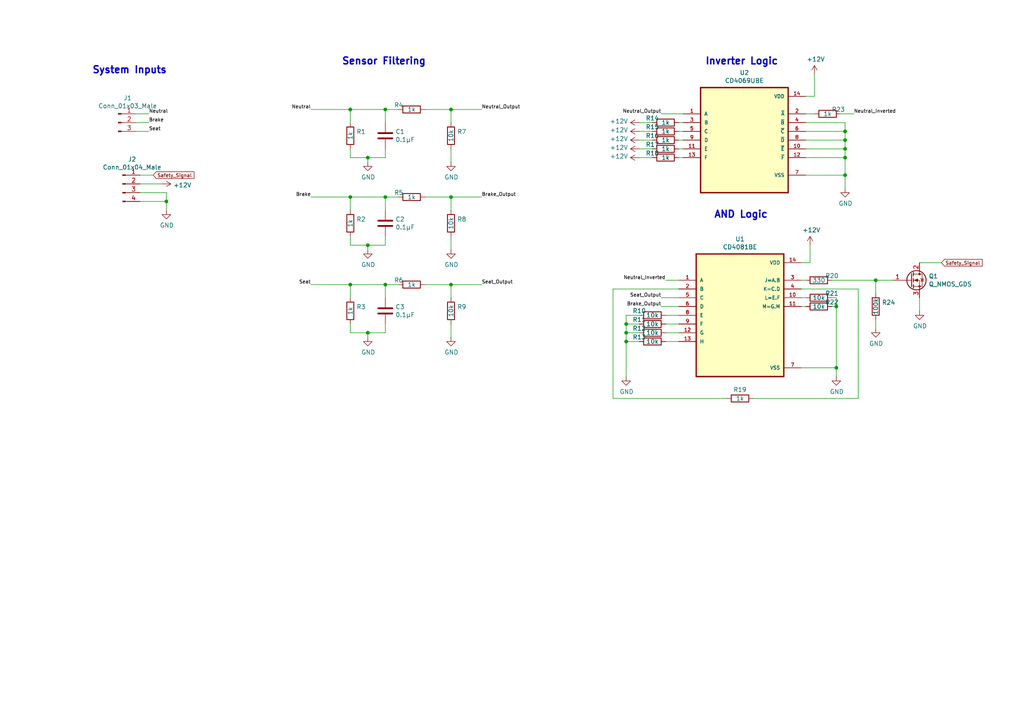
<source format=kicad_sch>
(kicad_sch (version 20230121) (generator eeschema)
  (paper "A4")
  (lib_symbols
    (symbol "CD4069UBE:CD4069UBE" (pin_names (offset 1.016))
      (property "Reference" "U" (at -12.7 16.2306 0))
      (property "Value" "CD4069UBE" (at -12.7 -19.2278 0))
      (symbol "CD4069UBE_0_0"
        (rectangle (start -12.7 -15.24) (end 12.7 15.24) (stroke (width 0.4064)) (fill (type background)))
        (pin input line (at -17.78 7.62 0) (length 5.08) (name "A") (number "1"))
        (pin output line (at 17.78 -2.54 180) (length 5.08) (name "~{E}") (number "10"))
        (pin input line (at -17.78 -2.54 0) (length 5.08) (name "E") (number "11"))
        (pin output line (at 17.78 -5.08 180) (length 5.08) (name "~{F}") (number "12"))
        (pin input line (at -17.78 -5.08 0) (length 5.08) (name "F") (number "13"))
        (pin power_in line (at 17.78 12.7 180) (length 5.08) (name "VDD") (number "14"))
        (pin output line (at 17.78 7.62 180) (length 5.08) (name "~{A}") (number "2"))
        (pin input line (at -17.78 5.08 0) (length 5.08) (name "B") (number "3"))
        (pin output line (at 17.78 5.08 180) (length 5.08) (name "~{B}") (number "4"))
        (pin input line (at -17.78 2.54 0) (length 5.08) (name "C") (number "5"))
        (pin output line (at 17.78 2.54 180) (length 5.08) (name "~{C}") (number "6"))
        (pin power_in line (at 17.78 -10.16 180) (length 5.08) (name "VSS") (number "7"))
        (pin output line (at 17.78 0 180) (length 5.08) (name "~{D}") (number "8"))
        (pin input line (at -17.78 0 0) (length 5.08) (name "D") (number "9"))
      )
    )
    (symbol "CD4081BE:CD4081BE" (pin_names (offset 1.016))
      (property "Reference" "U" (at -12.7 18.7706 0))
      (property "Value" "CD4081BE" (at -12.7 -21.7678 0))
      (symbol "CD4081BE_0_0"
        (rectangle (start -12.7 -17.78) (end 12.7 17.78) (stroke (width 0.4064)) (fill (type background)))
        (pin input line (at -17.78 10.16 0) (length 5.08) (name "A") (number "1"))
        (pin output line (at 17.78 5.08 180) (length 5.08) (name "L=E.F") (number "10"))
        (pin output line (at 17.78 2.54 180) (length 5.08) (name "M=G.M") (number "11"))
        (pin input line (at -17.78 -5.08 0) (length 5.08) (name "G") (number "12"))
        (pin input line (at -17.78 -7.62 0) (length 5.08) (name "H") (number "13"))
        (pin power_in line (at 17.78 15.24 180) (length 5.08) (name "VDD") (number "14"))
        (pin input line (at -17.78 7.62 0) (length 5.08) (name "B") (number "2"))
        (pin output line (at 17.78 10.16 180) (length 5.08) (name "J=A.B") (number "3"))
        (pin output line (at 17.78 7.62 180) (length 5.08) (name "K=C.D") (number "4"))
        (pin input line (at -17.78 5.08 0) (length 5.08) (name "C") (number "5"))
        (pin input line (at -17.78 2.54 0) (length 5.08) (name "D") (number "6"))
        (pin power_in line (at 17.78 -15.24 180) (length 5.08) (name "VSS") (number "7"))
        (pin input line (at -17.78 0 0) (length 5.08) (name "E") (number "8"))
        (pin input line (at -17.78 -2.54 0) (length 5.08) (name "F") (number "9"))
      )
    )
    (symbol "Device:C" (pin_numbers hide) (pin_names (offset 0.254))
      (property "Reference" "C" (at 0.635 2.54 0))
      (property "Value" "C" (at 0.635 -2.54 0))
      (symbol "C_0_1"
        (polyline (pts (xy -2.032 -0.762) (xy 2.032 -0.762)) (stroke (width 0.508)))
        (polyline (pts (xy -2.032 0.762) (xy 2.032 0.762)) (stroke (width 0.508)))
      )
      (symbol "C_1_1"
        (pin passive line (at 0 3.81 270) (length 2.794) (name "~") (number "1"))
        (pin passive line (at 0 -3.81 90) (length 2.794) (name "~") (number "2"))
      )
    )
    (symbol "Device:Q_NMOS_GDS" (pin_names (offset 0) hide)
      (property "Reference" "Q" (at 5.08 1.27 0))
      (property "Value" "Q_NMOS_GDS" (at 5.08 -1.27 0))
      (symbol "Q_NMOS_GDS_0_1"
        (polyline (pts (xy 0.254 0) (xy -2.54 0)))
        (polyline (pts (xy 0.254 1.905) (xy 0.254 -1.905)) (stroke (width 0.254)))
        (polyline (pts (xy 0.762 -1.27) (xy 0.762 -2.286)) (stroke (width 0.254)))
        (polyline (pts (xy 0.762 0.508) (xy 0.762 -0.508)) (stroke (width 0.254)))
        (polyline (pts (xy 0.762 2.286) (xy 0.762 1.27)) (stroke (width 0.254)))
        (polyline (pts (xy 2.54 2.54) (xy 2.54 1.778)))
        (polyline (pts (xy 2.54 -2.54) (xy 2.54 0) (xy 0.762 0)))
        (polyline (pts (xy 0.762 -1.778) (xy 3.302 -1.778) (xy 3.302 1.778) (xy 0.762 1.778)))
        (polyline (pts (xy 1.016 0) (xy 2.032 0.381) (xy 2.032 -0.381) (xy 1.016 0)) (fill (type outline)))
        (polyline (pts (xy 2.794 0.508) (xy 2.921 0.381) (xy 3.683 0.381) (xy 3.81 0.254)))
        (polyline (pts (xy 3.302 0.381) (xy 2.921 -0.254) (xy 3.683 -0.254) (xy 3.302 0.381)))
        (circle (center 1.651 0) (radius 2.794) (stroke (width 0.254)))
        (circle (center 2.54 -1.778) (radius 0.254) (fill (type outline)))
        (circle (center 2.54 1.778) (radius 0.254) (fill (type outline)))
      )
      (symbol "Q_NMOS_GDS_1_1"
        (pin input line (at -5.08 0 0) (length 2.54) (name "G") (number "1"))
        (pin passive line (at 2.54 5.08 270) (length 2.54) (name "D") (number "2"))
        (pin passive line (at 2.54 -5.08 90) (length 2.54) (name "S") (number "3"))
      )
    )
    (symbol "Device:R" (pin_numbers hide) (pin_names (offset 0))
      (property "Reference" "R" (at 2.032 0 90))
      (property "Value" "R" (at 0 0 90))
      (symbol "R_0_1"
        (rectangle (start -1.016 -2.54) (end 1.016 2.54) (stroke (width 0.254)))
      )
      (symbol "R_1_1"
        (pin passive line (at 0 3.81 270) (length 1.27) (name "~") (number "1"))
        (pin passive line (at 0 -3.81 90) (length 1.27) (name "~") (number "2"))
      )
    )
    (symbol "Motherboard_2023-rescue:Conn_01x03_Male-Connector" (pin_names (offset 1.016) hide)
      (property "Reference" "J" (at 0 5.08 0))
      (property "Value" "Connector_Conn_01x03_Male" (at 0 -5.08 0))
      (symbol "Conn_01x03_Male-Connector_1_1"
        (polyline (pts (xy 1.27 -2.54) (xy 0.8636 -2.54)) (stroke (width 0.1524)))
        (polyline (pts (xy 1.27 0) (xy 0.8636 0)) (stroke (width 0.1524)))
        (polyline (pts (xy 1.27 2.54) (xy 0.8636 2.54)) (stroke (width 0.1524)))
        (rectangle (start 0.8636 -2.413) (end 0 -2.667) (stroke (width 0.1524)) (fill (type outline)))
        (rectangle (start 0.8636 0.127) (end 0 -0.127) (stroke (width 0.1524)) (fill (type outline)))
        (rectangle (start 0.8636 2.667) (end 0 2.413) (stroke (width 0.1524)) (fill (type outline)))
        (pin passive line (at 5.08 2.54 180) (length 3.81) (name "Pin_1") (number "1"))
        (pin passive line (at 5.08 0 180) (length 3.81) (name "Pin_2") (number "2"))
        (pin passive line (at 5.08 -2.54 180) (length 3.81) (name "Pin_3") (number "3"))
      )
    )
    (symbol "Motherboard_2023-rescue:Conn_01x04_Male-Connector" (pin_names (offset 1.016) hide)
      (property "Reference" "J" (at 0 5.08 0))
      (property "Value" "Connector_Conn_01x04_Male" (at 0 -7.62 0))
      (symbol "Conn_01x04_Male-Connector_1_1"
        (polyline (pts (xy 1.27 -5.08) (xy 0.8636 -5.08)) (stroke (width 0.1524)))
        (polyline (pts (xy 1.27 -2.54) (xy 0.8636 -2.54)) (stroke (width 0.1524)))
        (polyline (pts (xy 1.27 0) (xy 0.8636 0)) (stroke (width 0.1524)))
        (polyline (pts (xy 1.27 2.54) (xy 0.8636 2.54)) (stroke (width 0.1524)))
        (rectangle (start 0.8636 -4.953) (end 0 -5.207) (stroke (width 0.1524)) (fill (type outline)))
        (rectangle (start 0.8636 -2.413) (end 0 -2.667) (stroke (width 0.1524)) (fill (type outline)))
        (rectangle (start 0.8636 0.127) (end 0 -0.127) (stroke (width 0.1524)) (fill (type outline)))
        (rectangle (start 0.8636 2.667) (end 0 2.413) (stroke (width 0.1524)) (fill (type outline)))
        (pin passive line (at 5.08 2.54 180) (length 3.81) (name "Pin_1") (number "1"))
        (pin passive line (at 5.08 0 180) (length 3.81) (name "Pin_2") (number "2"))
        (pin passive line (at 5.08 -2.54 180) (length 3.81) (name "Pin_3") (number "3"))
        (pin passive line (at 5.08 -5.08 180) (length 3.81) (name "Pin_4") (number "4"))
      )
    )
    (symbol "power:+12V" (power) (pin_names (offset 0))
      (property "Value" "+12V" (at 0 3.556 0))
      (symbol "+12V_0_1"
        (polyline (pts (xy -0.762 1.27) (xy 0 2.54)))
        (polyline (pts (xy 0 0) (xy 0 2.54)))
        (polyline (pts (xy 0 2.54) (xy 0.762 1.27)))
      )
      (symbol "+12V_1_1"
        (pin power_in line (at 0 0 90) (length 0) hide (name "+12V") (number "1"))
      )
    )
    (symbol "power:GND" (power) (pin_names (offset 0))
      (property "Value" "GND" (at 0 -3.81 0))
      (symbol "GND_0_1"
        (polyline (pts (xy 0 0) (xy 0 -1.27) (xy 1.27 -1.27) (xy 0 -2.54) (xy -1.27 -1.27) (xy 0 -1.27)))
      )
      (symbol "GND_1_1"
        (pin power_in line (at 0 0 270) (length 0) hide (name "GND") (number "1"))
      )
    )
  )
  (junction (at 245.11 40.64))
  (junction (at 254 81.28))
  (junction (at 181.61 99.06))
  (junction (at 245.11 50.8))
  (junction (at 242.57 88.9))
  (junction (at 106.68 71.12))
  (junction (at 130.81 57.15))
  (junction (at 130.81 31.75))
  (junction (at 48.26 58.42))
  (junction (at 242.57 106.68))
  (junction (at 106.68 45.72))
  (junction (at 111.76 82.55))
  (junction (at 101.6 57.15))
  (junction (at 181.61 93.98))
  (junction (at 101.6 82.55))
  (junction (at 111.76 31.75))
  (junction (at 245.11 43.18))
  (junction (at 101.6 31.75))
  (junction (at 181.61 96.52))
  (junction (at 106.68 96.52))
  (junction (at 111.76 57.15))
  (junction (at 130.81 82.55))
  (junction (at 245.11 45.72))
  (junction (at 245.11 38.1))
  (wire (pts (xy 193.04 91.44) (xy 196.85 91.44)))
  (wire (pts (xy 242.57 88.9) (xy 242.57 106.68)))
  (wire (pts (xy 196.85 38.1) (xy 198.12 38.1)))
  (wire (pts (xy 218.44 115.57) (xy 248.92 115.57)))
  (wire (pts (xy 123.19 57.15) (xy 130.81 57.15)))
  (wire (pts (xy 101.6 71.12) (xy 106.68 71.12)))
  (wire (pts (xy 111.76 82.55) (xy 115.57 82.55)))
  (wire (pts (xy 185.42 35.56) (xy 189.23 35.56)))
  (wire (pts (xy 233.68 27.94) (xy 236.22 27.94)))
  (wire (pts (xy 177.8 115.57) (xy 210.82 115.57)))
  (wire (pts (xy 101.6 45.72) (xy 106.68 45.72)))
  (wire (pts (xy 193.04 99.06) (xy 196.85 99.06)))
  (wire (pts (xy 196.85 35.56) (xy 198.12 35.56)))
  (wire (pts (xy 111.76 86.36) (xy 111.76 82.55)))
  (wire (pts (xy 245.11 35.56) (xy 245.11 38.1)))
  (wire (pts (xy 101.6 57.15) (xy 90.17 57.15)))
  (wire (pts (xy 233.68 43.18) (xy 245.11 43.18)))
  (wire (pts (xy 101.6 60.96) (xy 101.6 57.15)))
  (wire (pts (xy 106.68 45.72) (xy 111.76 45.72)))
  (wire (pts (xy 233.68 88.9) (xy 232.41 88.9)))
  (wire (pts (xy 185.42 38.1) (xy 189.23 38.1)))
  (wire (pts (xy 233.68 45.72) (xy 245.11 45.72)))
  (wire (pts (xy 248.92 83.82) (xy 248.92 115.57)))
  (wire (pts (xy 48.26 58.42) (xy 48.26 60.96)))
  (wire (pts (xy 101.6 57.15) (xy 111.76 57.15)))
  (wire (pts (xy 185.42 40.64) (xy 189.23 40.64)))
  (wire (pts (xy 241.3 81.28) (xy 254 81.28)))
  (wire (pts (xy 101.6 35.56) (xy 101.6 31.75)))
  (wire (pts (xy 181.61 96.52) (xy 181.61 93.98)))
  (wire (pts (xy 39.37 33.02) (xy 43.18 33.02)))
  (wire (pts (xy 247.65 33.02) (xy 243.84 33.02)))
  (wire (pts (xy 130.81 31.75) (xy 139.7 31.75)))
  (wire (pts (xy 254 81.28) (xy 259.08 81.28)))
  (wire (pts (xy 196.85 40.64) (xy 198.12 40.64)))
  (wire (pts (xy 39.37 35.56) (xy 43.18 35.56)))
  (wire (pts (xy 185.42 99.06) (xy 181.61 99.06)))
  (wire (pts (xy 40.64 55.88) (xy 48.26 55.88)))
  (wire (pts (xy 266.7 86.36) (xy 266.7 90.17)))
  (wire (pts (xy 111.76 60.96) (xy 111.76 57.15)))
  (wire (pts (xy 185.42 43.18) (xy 189.23 43.18)))
  (wire (pts (xy 245.11 38.1) (xy 245.11 40.64)))
  (wire (pts (xy 106.68 72.39) (xy 106.68 71.12)))
  (wire (pts (xy 106.68 97.79) (xy 106.68 96.52)))
  (wire (pts (xy 185.42 45.72) (xy 189.23 45.72)))
  (wire (pts (xy 191.77 33.02) (xy 198.12 33.02)))
  (wire (pts (xy 245.11 35.56) (xy 233.68 35.56)))
  (wire (pts (xy 236.22 27.94) (xy 236.22 21.59)))
  (wire (pts (xy 101.6 43.18) (xy 101.6 45.72)))
  (wire (pts (xy 241.3 86.36) (xy 242.57 86.36)))
  (wire (pts (xy 181.61 93.98) (xy 181.61 91.44)))
  (wire (pts (xy 130.81 57.15) (xy 139.7 57.15)))
  (wire (pts (xy 233.68 50.8) (xy 245.11 50.8)))
  (wire (pts (xy 130.81 82.55) (xy 139.7 82.55)))
  (wire (pts (xy 181.61 91.44) (xy 185.42 91.44)))
  (wire (pts (xy 101.6 86.36) (xy 101.6 82.55)))
  (wire (pts (xy 111.76 35.56) (xy 111.76 31.75)))
  (wire (pts (xy 111.76 71.12) (xy 111.76 68.58)))
  (wire (pts (xy 177.8 83.82) (xy 196.85 83.82)))
  (wire (pts (xy 236.22 33.02) (xy 233.68 33.02)))
  (wire (pts (xy 130.81 72.39) (xy 130.81 68.58)))
  (wire (pts (xy 130.81 46.99) (xy 130.81 43.18)))
  (wire (pts (xy 185.42 96.52) (xy 181.61 96.52)))
  (wire (pts (xy 106.68 71.12) (xy 111.76 71.12)))
  (wire (pts (xy 233.68 86.36) (xy 232.41 86.36)))
  (wire (pts (xy 193.04 96.52) (xy 196.85 96.52)))
  (wire (pts (xy 254 92.71) (xy 254 95.25)))
  (wire (pts (xy 40.64 53.34) (xy 46.99 53.34)))
  (wire (pts (xy 101.6 31.75) (xy 90.17 31.75)))
  (wire (pts (xy 130.81 31.75) (xy 130.81 35.56)))
  (wire (pts (xy 232.41 106.68) (xy 242.57 106.68)))
  (wire (pts (xy 234.95 71.12) (xy 234.95 76.2)))
  (wire (pts (xy 196.85 43.18) (xy 198.12 43.18)))
  (wire (pts (xy 123.19 31.75) (xy 130.81 31.75)))
  (wire (pts (xy 245.11 43.18) (xy 245.11 45.72)))
  (wire (pts (xy 181.61 109.22) (xy 181.61 99.06)))
  (wire (pts (xy 106.68 96.52) (xy 111.76 96.52)))
  (wire (pts (xy 241.3 88.9) (xy 242.57 88.9)))
  (wire (pts (xy 233.68 40.64) (xy 245.11 40.64)))
  (wire (pts (xy 177.8 83.82) (xy 177.8 115.57)))
  (wire (pts (xy 191.77 86.36) (xy 196.85 86.36)))
  (wire (pts (xy 196.85 45.72) (xy 198.12 45.72)))
  (wire (pts (xy 39.37 38.1) (xy 43.18 38.1)))
  (wire (pts (xy 232.41 81.28) (xy 233.68 81.28)))
  (wire (pts (xy 242.57 86.36) (xy 242.57 88.9)))
  (wire (pts (xy 130.81 97.79) (xy 130.81 93.98)))
  (wire (pts (xy 101.6 96.52) (xy 106.68 96.52)))
  (wire (pts (xy 111.76 57.15) (xy 115.57 57.15)))
  (wire (pts (xy 185.42 93.98) (xy 181.61 93.98)))
  (wire (pts (xy 242.57 106.68) (xy 242.57 109.22)))
  (wire (pts (xy 101.6 82.55) (xy 111.76 82.55)))
  (wire (pts (xy 193.04 81.28) (xy 196.85 81.28)))
  (wire (pts (xy 254 81.28) (xy 254 85.09)))
  (wire (pts (xy 48.26 55.88) (xy 48.26 58.42)))
  (wire (pts (xy 111.76 31.75) (xy 115.57 31.75)))
  (wire (pts (xy 101.6 93.98) (xy 101.6 96.52)))
  (wire (pts (xy 111.76 45.72) (xy 111.76 43.18)))
  (wire (pts (xy 101.6 68.58) (xy 101.6 71.12)))
  (wire (pts (xy 123.19 82.55) (xy 130.81 82.55)))
  (wire (pts (xy 193.04 93.98) (xy 196.85 93.98)))
  (wire (pts (xy 245.11 45.72) (xy 245.11 50.8)))
  (wire (pts (xy 232.41 83.82) (xy 248.92 83.82)))
  (wire (pts (xy 130.81 82.55) (xy 130.81 86.36)))
  (wire (pts (xy 234.95 76.2) (xy 232.41 76.2)))
  (wire (pts (xy 40.64 50.8) (xy 44.45 50.8)))
  (wire (pts (xy 181.61 99.06) (xy 181.61 96.52)))
  (wire (pts (xy 266.7 76.2) (xy 273.05 76.2)))
  (wire (pts (xy 106.68 46.99) (xy 106.68 45.72)))
  (wire (pts (xy 40.64 58.42) (xy 48.26 58.42)))
  (wire (pts (xy 233.68 38.1) (xy 245.11 38.1)))
  (wire (pts (xy 111.76 96.52) (xy 111.76 93.98)))
  (wire (pts (xy 101.6 31.75) (xy 111.76 31.75)))
  (wire (pts (xy 245.11 40.64) (xy 245.11 43.18)))
  (wire (pts (xy 245.11 50.8) (xy 245.11 54.61)))
  (wire (pts (xy 101.6 82.55) (xy 90.17 82.55)))
  (wire (pts (xy 191.77 88.9) (xy 196.85 88.9)))
  (wire (pts (xy 130.81 57.15) (xy 130.81 60.96)))
  (text "AND Logic \n" (at 207.01 63.5 0) (effects (font (size 2.0066 2.0066) (thickness 0.4013) bold) (justify left bottom)))
  (text "System Inputs " (at 26.67 21.59 0) (effects (font (size 2.0066 2.0066) (thickness 0.4013) bold) (justify left bottom)))
  (text "Inverter Logic " (at 204.47 19.05 0) (effects (font (size 2.0066 2.0066) (thickness 0.4013) bold) (justify left bottom)))
  (text "Sensor Filtering " (at 99.06 19.05 0) (effects (font (size 2.0066 2.0066) (thickness 0.4013) bold) (justify left bottom)))
  (label "Seat_Output" (at 139.7 82.55 0) (effects (font (size 0.9906 0.9906))))
  (label "Neutral_Output" (at 191.77 33.02 180) (effects (font (size 0.9906 0.9906))))
  (label "Brake" (at 43.18 35.56 0) (effects (font (size 0.9906 0.9906))))
  (label "Neutral_Inverted" (at 193.04 81.28 180) (effects (font (size 0.9906 0.9906))))
  (label "Seat_Output" (at 191.77 86.36 180) (effects (font (size 0.9906 0.9906))))
  (label "Neutral" (at 90.17 31.75 180) (effects (font (size 0.9906 0.9906))))
  (label "Seat" (at 43.18 38.1 0) (effects (font (size 0.9906 0.9906))))
  (label "Brake_Output" (at 139.7 57.15 0) (effects (font (size 0.9906 0.9906))))
  (label "Neutral_Output" (at 139.7 31.75 0) (effects (font (size 0.9906 0.9906))))
  (label "Seat" (at 90.17 82.55 180) (effects (font (size 0.9906 0.9906))))
  (label "Neutral" (at 43.18 33.02 0) (effects (font (size 0.9906 0.9906))))
  (label "Neutral_Inverted" (at 247.65 33.02 0) (effects (font (size 0.9906 0.9906))))
  (label "Brake_Output" (at 191.77 88.9 180) (effects (font (size 0.9906 0.9906))))
  (label "Brake" (at 90.17 57.15 180) (effects (font (size 0.9906 0.9906))))
  (global_label "Safety_Signal" (shape input) (at 273.05 76.2 0) (effects (font (size 0.9906 0.9906))) (property "Intersheetrefs" "${INTERSHEET_REFS}" (effects hide)))
  (global_label "Safety_Signal" (shape input) (at 44.45 50.8 0) (effects (font (size 0.9906 0.9906))) (property "Intersheetrefs" "${INTERSHEET_REFS}" (effects hide)))
  (symbol (lib_id "CD4069UBE:CD4069UBE") (at 215.9 40.64 0) (unit 1)
    (property "Reference" "U2" (at 215.9 21.082 0))
    (property "Value" "CD4069UBE" (at 215.9 23.3934 0))
    (property "Footprint" "CD4069UBE (Inverter):DIP794W45P254L1969H508Q14" (effects hide))
  )
  (symbol (lib_id "CD4081BE:CD4081BE") (at 214.63 91.44 0) (unit 1)
    (property "Reference" "U1" (at 214.63 69.342 0))
    (property "Value" "CD4081BE" (at 214.63 71.6534 0))
    (property "Footprint" "CD4081BE (AND):DIP794W45P254L1969H508Q14" (effects hide))
  )
  (symbol (lib_id "Device:R") (at 240.03 33.02 90) (unit 1)
    (property "Reference" "R23" (at 245.11 31.75 90) (effects (justify left)))
    (property "Value" "1k" (at 240.03 33.02 90))
    (property "Footprint" "Resistor_THT:R_Axial_DIN0207_L6.3mm_D2.5mm_P10.16mm_Horizontal" (effects hide))
  )
  (symbol (lib_id "Device:R") (at 193.04 38.1 90) (unit 1)
    (property "Reference" "R15" (at 189.23 36.83 90))
    (property "Value" "1k" (at 193.04 38.1 90))
    (property "Footprint" "Resistor_THT:R_Axial_DIN0207_L6.3mm_D2.5mm_P10.16mm_Horizontal" (effects hide))
  )
  (symbol (lib_id "Device:R") (at 193.04 43.18 90) (unit 1)
    (property "Reference" "R17" (at 189.23 41.91 90))
    (property "Value" "1k" (at 193.04 43.18 90))
    (property "Footprint" "Resistor_THT:R_Axial_DIN0207_L6.3mm_D2.5mm_P10.16mm_Horizontal" (effects hide))
  )
  (symbol (lib_id "Device:R") (at 193.04 45.72 270) (unit 1)
    (property "Reference" "R18" (at 189.23 44.45 90))
    (property "Value" "1k" (at 193.04 45.72 90))
    (property "Footprint" "Resistor_THT:R_Axial_DIN0207_L6.3mm_D2.5mm_P10.16mm_Horizontal" (effects hide))
  )
  (symbol (lib_id "Device:R") (at 193.04 35.56 270) (unit 1)
    (property "Reference" "R14" (at 189.23 34.29 90))
    (property "Value" "1k" (at 193.04 35.56 90))
    (property "Footprint" "Resistor_THT:R_Axial_DIN0207_L6.3mm_D2.5mm_P10.16mm_Horizontal" (effects hide))
  )
  (symbol (lib_id "Device:R") (at 193.04 40.64 270) (unit 1)
    (property "Reference" "R16" (at 189.23 39.37 90))
    (property "Value" "1k" (at 193.04 40.64 90))
    (property "Footprint" "Resistor_THT:R_Axial_DIN0207_L6.3mm_D2.5mm_P10.16mm_Horizontal" (effects hide))
  )
  (symbol (lib_id "power:+12V") (at 236.22 21.59 0) (unit 1)
    (property "Reference" "#PWR016" (effects hide))
    (property "Value" "+12V" (at 236.601 17.1958 0))
  )
  (symbol (lib_id "power:+12V") (at 185.42 35.56 90) (unit 1)
    (property "Reference" "#PWR010" (effects hide))
    (property "Value" "+12V" (at 182.1688 35.179 90) (effects (justify left)))
  )
  (symbol (lib_id "power:+12V") (at 185.42 38.1 90) (unit 1)
    (property "Reference" "#PWR011" (effects hide))
    (property "Value" "+12V" (at 182.1688 37.719 90) (effects (justify left)))
  )
  (symbol (lib_id "power:+12V") (at 185.42 40.64 90) (unit 1)
    (property "Reference" "#PWR012" (effects hide))
    (property "Value" "+12V" (at 182.1688 40.259 90) (effects (justify left)))
  )
  (symbol (lib_id "power:+12V") (at 185.42 43.18 90) (unit 1)
    (property "Reference" "#PWR013" (effects hide))
    (property "Value" "+12V" (at 182.1688 42.799 90) (effects (justify left)))
  )
  (symbol (lib_id "power:+12V") (at 185.42 45.72 90) (unit 1)
    (property "Reference" "#PWR014" (effects hide))
    (property "Value" "+12V" (at 182.1688 45.339 90) (effects (justify left)))
  )
  (symbol (lib_id "Motherboard_2023-rescue:Conn_01x03_Male-Connector") (at 34.29 35.56 0) (unit 1)
    (property "Reference" "J1" (at 37.0332 28.4226 0))
    (property "Value" "Conn_01x03_Male" (at 37.0332 30.734 0))
    (property "Footprint" "TerminalBlock_Phoenix:TerminalBlock_Phoenix_MKDS-3-3-5.08_1x03_P5.08mm_Horizontal" (effects hide))
  )
  (symbol (lib_id "power:GND") (at 245.11 54.61 0) (unit 1)
    (property "Reference" "#PWR018" (effects hide))
    (property "Value" "GND" (at 245.237 59.0042 0))
  )
  (symbol (lib_id "Device:R") (at 237.49 86.36 270) (unit 1)
    (property "Reference" "R21" (at 241.3 85.09 90))
    (property "Value" "10k" (at 237.49 86.36 90))
    (property "Footprint" "Resistor_THT:R_Axial_DIN0207_L6.3mm_D2.5mm_P10.16mm_Horizontal" (effects hide))
  )
  (symbol (lib_id "Device:R") (at 237.49 88.9 270) (unit 1)
    (property "Reference" "R22" (at 241.3 87.63 90))
    (property "Value" "10k" (at 237.49 88.9 90))
    (property "Footprint" "Resistor_THT:R_Axial_DIN0207_L6.3mm_D2.5mm_P10.16mm_Horizontal" (effects hide))
  )
  (symbol (lib_id "Device:R") (at 189.23 96.52 270) (unit 1)
    (property "Reference" "R12" (at 185.42 95.25 90))
    (property "Value" "10k" (at 189.23 96.52 90))
    (property "Footprint" "Resistor_THT:R_Axial_DIN0207_L6.3mm_D2.5mm_P10.16mm_Horizontal" (effects hide))
  )
  (symbol (lib_id "Motherboard_2023-rescue:Conn_01x04_Male-Connector") (at 35.56 53.34 0) (unit 1)
    (property "Reference" "J2" (at 38.3032 46.2026 0))
    (property "Value" "Conn_01x04_Male" (at 38.3032 48.514 0))
    (property "Footprint" "TerminalBlock_Phoenix:TerminalBlock_Phoenix_MKDS-3-4-5.08_1x04_P5.08mm_Horizontal" (effects hide))
  )
  (symbol (lib_id "Device:R") (at 189.23 99.06 270) (unit 1)
    (property "Reference" "R13" (at 185.42 97.79 90))
    (property "Value" "10k" (at 189.23 99.06 90))
    (property "Footprint" "Resistor_THT:R_Axial_DIN0207_L6.3mm_D2.5mm_P10.16mm_Horizontal" (effects hide))
  )
  (symbol (lib_id "Device:R") (at 237.49 81.28 90) (unit 1)
    (property "Reference" "R20" (at 241.3 80.01 90))
    (property "Value" "330" (at 237.49 81.28 90))
    (property "Footprint" "Resistor_THT:R_Axial_DIN0207_L6.3mm_D2.5mm_P10.16mm_Horizontal" (effects hide))
  )
  (symbol (lib_id "power:+12V") (at 46.99 53.34 270) (unit 1)
    (property "Reference" "#PWR01" (effects hide))
    (property "Value" "+12V" (at 50.2412 53.721 90) (effects (justify left)))
  )
  (symbol (lib_id "Device:R") (at 254 88.9 0) (unit 1)
    (property "Reference" "R24" (at 255.778 87.7316 0) (effects (justify left)))
    (property "Value" "100k" (at 254 88.9 90))
    (property "Footprint" "Resistor_THT:R_Axial_DIN0207_L6.3mm_D2.5mm_P10.16mm_Horizontal" (effects hide))
  )
  (symbol (lib_id "Device:R") (at 189.23 91.44 270) (unit 1)
    (property "Reference" "R10" (at 185.42 90.17 90))
    (property "Value" "10k" (at 189.23 91.44 90))
    (property "Footprint" "Resistor_THT:R_Axial_DIN0207_L6.3mm_D2.5mm_P10.16mm_Horizontal" (effects hide))
  )
  (symbol (lib_id "Device:R") (at 214.63 115.57 270) (unit 1)
    (property "Reference" "R19" (at 214.63 113.03 90))
    (property "Value" "1k" (at 214.63 115.57 90))
    (property "Footprint" "Resistor_THT:R_Axial_DIN0207_L6.3mm_D2.5mm_P10.16mm_Horizontal" (effects hide))
  )
  (symbol (lib_id "Device:R") (at 189.23 93.98 270) (unit 1)
    (property "Reference" "R11" (at 185.42 92.71 90))
    (property "Value" "10k" (at 189.23 93.98 90))
    (property "Footprint" "Resistor_THT:R_Axial_DIN0207_L6.3mm_D2.5mm_P10.16mm_Horizontal" (effects hide))
  )
  (symbol (lib_id "power:GND") (at 48.26 60.96 0) (unit 1)
    (property "Reference" "#PWR02" (effects hide))
    (property "Value" "GND" (at 48.387 65.3542 0))
  )
  (symbol (lib_id "Device:Q_NMOS_GDS") (at 264.16 81.28 0) (unit 1)
    (property "Reference" "Q1" (at 269.3416 80.1116 0) (effects (justify left)))
    (property "Value" "Q_NMOS_GDS" (at 269.3416 82.423 0) (effects (justify left)))
    (property "Footprint" "Connector_PinHeader_2.54mm:PinHeader_1x03_P2.54mm_Vertical" (effects hide))
  )
  (symbol (lib_id "power:+12V") (at 234.95 71.12 0) (unit 1)
    (property "Reference" "#PWR015" (effects hide))
    (property "Value" "+12V" (at 235.331 66.7258 0))
  )
  (symbol (lib_id "Device:R") (at 101.6 39.37 0) (unit 1)
    (property "Reference" "R1" (at 103.378 38.2016 0) (effects (justify left)))
    (property "Value" "1k" (at 101.6 39.37 90))
    (property "Footprint" "Resistor_THT:R_Axial_DIN0207_L6.3mm_D2.5mm_P10.16mm_Horizontal" (effects hide))
  )
  (symbol (lib_id "Device:R") (at 119.38 31.75 270) (unit 1)
    (property "Reference" "R4" (at 114.3 30.48 90) (effects (justify left)))
    (property "Value" "1k" (at 119.38 31.75 90))
    (property "Footprint" "Resistor_THT:R_Axial_DIN0207_L6.3mm_D2.5mm_P10.16mm_Horizontal" (effects hide))
  )
  (symbol (lib_id "Device:R") (at 130.81 39.37 0) (unit 1)
    (property "Reference" "R7" (at 132.588 38.2016 0) (effects (justify left)))
    (property "Value" "10k" (at 130.81 39.37 90))
    (property "Footprint" "Resistor_THT:R_Axial_DIN0207_L6.3mm_D2.5mm_P10.16mm_Horizontal" (effects hide))
  )
  (symbol (lib_id "power:GND") (at 181.61 109.22 0) (unit 1)
    (property "Reference" "#PWR09" (effects hide))
    (property "Value" "GND" (at 181.737 113.6142 0))
  )
  (symbol (lib_id "power:GND") (at 242.57 109.22 0) (unit 1)
    (property "Reference" "#PWR017" (effects hide))
    (property "Value" "GND" (at 242.697 113.6142 0))
  )
  (symbol (lib_id "Device:C") (at 111.76 39.37 0) (unit 1)
    (property "Reference" "C1" (at 114.681 38.2016 0) (effects (justify left)))
    (property "Value" "0.1µF" (at 114.681 40.513 0) (effects (justify left)))
    (property "Footprint" "Capacitor_THT:CP_Radial_D5.0mm_P2.50mm" (effects hide))
  )
  (symbol (lib_id "power:GND") (at 106.68 46.99 0) (unit 1)
    (property "Reference" "#PWR03" (effects hide))
    (property "Value" "GND" (at 106.807 51.3842 0))
  )
  (symbol (lib_id "power:GND") (at 254 95.25 0) (unit 1)
    (property "Reference" "#PWR019" (effects hide))
    (property "Value" "GND" (at 254.127 99.6442 0))
  )
  (symbol (lib_id "power:GND") (at 266.7 90.17 0) (unit 1)
    (property "Reference" "#PWR020" (effects hide))
    (property "Value" "GND" (at 266.827 94.5642 0))
  )
  (symbol (lib_id "power:GND") (at 130.81 46.99 0) (unit 1)
    (property "Reference" "#PWR06" (effects hide))
    (property "Value" "GND" (at 130.937 51.3842 0))
  )
  (symbol (lib_id "Device:R") (at 101.6 64.77 0) (unit 1)
    (property "Reference" "R2" (at 103.378 63.6016 0) (effects (justify left)))
    (property "Value" "1k" (at 101.6 64.77 90))
    (property "Footprint" "Resistor_THT:R_Axial_DIN0207_L6.3mm_D2.5mm_P10.16mm_Horizontal" (effects hide))
  )
  (symbol (lib_id "Device:R") (at 119.38 57.15 270) (unit 1)
    (property "Reference" "R5" (at 114.3 55.88 90) (effects (justify left)))
    (property "Value" "1k" (at 119.38 57.15 90))
    (property "Footprint" "Resistor_THT:R_Axial_DIN0207_L6.3mm_D2.5mm_P10.16mm_Horizontal" (effects hide))
  )
  (symbol (lib_id "Device:R") (at 130.81 64.77 0) (unit 1)
    (property "Reference" "R8" (at 132.588 63.6016 0) (effects (justify left)))
    (property "Value" "10k" (at 130.81 64.77 90))
    (property "Footprint" "Resistor_THT:R_Axial_DIN0207_L6.3mm_D2.5mm_P10.16mm_Horizontal" (effects hide))
  )
  (symbol (lib_id "Device:C") (at 111.76 64.77 0) (unit 1)
    (property "Reference" "C2" (at 114.681 63.6016 0) (effects (justify left)))
    (property "Value" "0.1µF" (at 114.681 65.913 0) (effects (justify left)))
    (property "Footprint" "Capacitor_THT:CP_Radial_D5.0mm_P2.50mm" (effects hide))
  )
  (symbol (lib_id "power:GND") (at 106.68 72.39 0) (unit 1)
    (property "Reference" "#PWR04" (effects hide))
    (property "Value" "GND" (at 106.807 76.7842 0))
  )
  (symbol (lib_id "power:GND") (at 130.81 72.39 0) (unit 1)
    (property "Reference" "#PWR07" (effects hide))
    (property "Value" "GND" (at 130.937 76.7842 0))
  )
  (symbol (lib_id "Device:R") (at 101.6 90.17 0) (unit 1)
    (property "Reference" "R3" (at 103.378 89.0016 0) (effects (justify left)))
    (property "Value" "1k" (at 101.6 90.17 90))
    (property "Footprint" "Resistor_THT:R_Axial_DIN0207_L6.3mm_D2.5mm_P10.16mm_Horizontal" (effects hide))
  )
  (symbol (lib_id "Device:R") (at 119.38 82.55 270) (unit 1)
    (property "Reference" "R6" (at 114.3 81.28 90) (effects (justify left)))
    (property "Value" "1k" (at 119.38 82.55 90))
    (property "Footprint" "Resistor_THT:R_Axial_DIN0207_L6.3mm_D2.5mm_P10.16mm_Horizontal" (effects hide))
  )
  (symbol (lib_id "Device:R") (at 130.81 90.17 0) (unit 1)
    (property "Reference" "R9" (at 132.588 89.0016 0) (effects (justify left)))
    (property "Value" "10k" (at 130.81 90.17 90))
    (property "Footprint" "Resistor_THT:R_Axial_DIN0207_L6.3mm_D2.5mm_P10.16mm_Horizontal" (effects hide))
  )
  (symbol (lib_id "Device:C") (at 111.76 90.17 0) (unit 1)
    (property "Reference" "C3" (at 114.681 89.0016 0) (effects (justify left)))
    (property "Value" "0.1µF" (at 114.681 91.313 0) (effects (justify left)))
    (property "Footprint" "Capacitor_THT:CP_Radial_D5.0mm_P2.50mm" (effects hide))
  )
  (symbol (lib_id "power:GND") (at 106.68 97.79 0) (unit 1)
    (property "Reference" "#PWR05" (effects hide))
    (property "Value" "GND" (at 106.807 102.1842 0))
  )
  (symbol (lib_id "power:GND") (at 130.81 97.79 0) (unit 1)
    (property "Reference" "#PWR08" (effects hide))
    (property "Value" "GND" (at 130.937 102.1842 0))
  )
)
</source>
